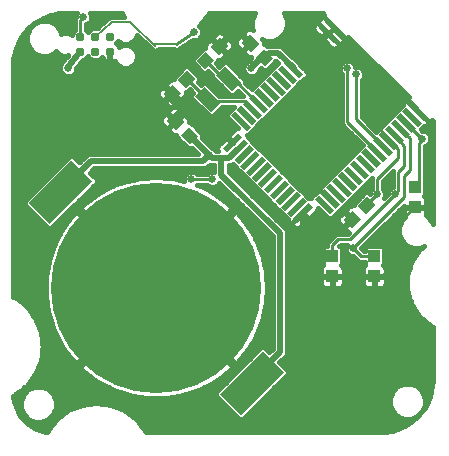
<source format=gtl>
G75*
%MOIN*%
%OFA0B0*%
%FSLAX25Y25*%
%IPPOS*%
%LPD*%
%AMOC8*
5,1,8,0,0,1.08239X$1,22.5*
%
%ADD10R,0.04000X0.04000*%
%ADD11C,0.03100*%
%ADD12R,0.07283X0.01969*%
%ADD13R,0.01969X0.07283*%
%ADD14R,0.04331X0.03937*%
%ADD15R,0.04331X0.07480*%
%ADD16R,0.03937X0.04331*%
%ADD17C,0.70079*%
%ADD18R,0.09843X0.20079*%
%ADD19C,0.01600*%
%ADD20C,0.02000*%
%ADD21C,0.01000*%
%ADD22C,0.02500*%
%ADD23C,0.00600*%
D10*
X0058558Y0056840D03*
X0119558Y0056840D03*
X0119558Y0117840D03*
X0058558Y0117840D03*
D11*
X0051558Y0144340D03*
X0046558Y0144340D03*
X0041558Y0144340D03*
X0041558Y0149340D03*
X0046558Y0149340D03*
X0051558Y0149340D03*
D12*
G36*
X0096972Y0117946D02*
X0091824Y0123094D01*
X0093216Y0124486D01*
X0098364Y0119338D01*
X0096972Y0117946D01*
G37*
G36*
X0098921Y0119894D02*
X0093773Y0125042D01*
X0095165Y0126434D01*
X0100313Y0121286D01*
X0098921Y0119894D01*
G37*
G36*
X0100870Y0121843D02*
X0095722Y0126991D01*
X0097114Y0128383D01*
X0102262Y0123235D01*
X0100870Y0121843D01*
G37*
G36*
X0102819Y0123792D02*
X0097671Y0128940D01*
X0099063Y0130332D01*
X0104211Y0125184D01*
X0102819Y0123792D01*
G37*
G36*
X0104767Y0125740D02*
X0099619Y0130888D01*
X0101011Y0132280D01*
X0106159Y0127132D01*
X0104767Y0125740D01*
G37*
G36*
X0106716Y0127689D02*
X0101568Y0132837D01*
X0102960Y0134229D01*
X0108108Y0129081D01*
X0106716Y0127689D01*
G37*
G36*
X0108665Y0129638D02*
X0103517Y0134786D01*
X0104909Y0136178D01*
X0110057Y0131030D01*
X0108665Y0129638D01*
G37*
G36*
X0110613Y0131587D02*
X0105465Y0136735D01*
X0106857Y0138127D01*
X0112005Y0132979D01*
X0110613Y0131587D01*
G37*
G36*
X0112562Y0133535D02*
X0107414Y0138683D01*
X0108806Y0140075D01*
X0113954Y0134927D01*
X0112562Y0133535D01*
G37*
G36*
X0114511Y0135484D02*
X0109363Y0140632D01*
X0110755Y0142024D01*
X0115903Y0136876D01*
X0114511Y0135484D01*
G37*
G36*
X0126203Y0147176D02*
X0121055Y0152324D01*
X0122447Y0153716D01*
X0127595Y0148568D01*
X0126203Y0147176D01*
G37*
G36*
X0128152Y0149125D02*
X0123004Y0154273D01*
X0124396Y0155665D01*
X0129544Y0150517D01*
X0128152Y0149125D01*
G37*
G36*
X0155991Y0121286D02*
X0150843Y0126434D01*
X0152235Y0127826D01*
X0157383Y0122678D01*
X0155991Y0121286D01*
G37*
G36*
X0154042Y0119338D02*
X0148894Y0124486D01*
X0150286Y0125878D01*
X0155434Y0120730D01*
X0154042Y0119338D01*
G37*
G36*
X0152093Y0117389D02*
X0146945Y0122537D01*
X0148337Y0123929D01*
X0153485Y0118781D01*
X0152093Y0117389D01*
G37*
G36*
X0150145Y0115440D02*
X0144997Y0120588D01*
X0146389Y0121980D01*
X0151537Y0116832D01*
X0150145Y0115440D01*
G37*
G36*
X0148196Y0113491D02*
X0143048Y0118639D01*
X0144440Y0120031D01*
X0149588Y0114883D01*
X0148196Y0113491D01*
G37*
G36*
X0146247Y0111543D02*
X0141099Y0116691D01*
X0142491Y0118083D01*
X0147639Y0112935D01*
X0146247Y0111543D01*
G37*
G36*
X0144298Y0109594D02*
X0139150Y0114742D01*
X0140542Y0116134D01*
X0145690Y0110986D01*
X0144298Y0109594D01*
G37*
G36*
X0142350Y0107645D02*
X0137202Y0112793D01*
X0138594Y0114185D01*
X0143742Y0109037D01*
X0142350Y0107645D01*
G37*
G36*
X0140401Y0105697D02*
X0135253Y0110845D01*
X0136645Y0112237D01*
X0141793Y0107089D01*
X0140401Y0105697D01*
G37*
G36*
X0138452Y0103748D02*
X0133304Y0108896D01*
X0134696Y0110288D01*
X0139844Y0105140D01*
X0138452Y0103748D01*
G37*
G36*
X0136504Y0101799D02*
X0131356Y0106947D01*
X0132748Y0108339D01*
X0137896Y0103191D01*
X0136504Y0101799D01*
G37*
G36*
X0134555Y0099850D02*
X0129407Y0104998D01*
X0130799Y0106390D01*
X0135947Y0101242D01*
X0134555Y0099850D01*
G37*
G36*
X0132606Y0097902D02*
X0127458Y0103050D01*
X0128850Y0104442D01*
X0133998Y0099294D01*
X0132606Y0097902D01*
G37*
G36*
X0130657Y0095953D02*
X0125509Y0101101D01*
X0126901Y0102493D01*
X0132049Y0097345D01*
X0130657Y0095953D01*
G37*
G36*
X0128709Y0094004D02*
X0123561Y0099152D01*
X0124953Y0100544D01*
X0130101Y0095396D01*
X0128709Y0094004D01*
G37*
G36*
X0126760Y0092055D02*
X0121612Y0097203D01*
X0123004Y0098595D01*
X0128152Y0093447D01*
X0126760Y0092055D01*
G37*
G36*
X0124811Y0090107D02*
X0119663Y0095255D01*
X0121055Y0096647D01*
X0126203Y0091499D01*
X0124811Y0090107D01*
G37*
D13*
G36*
X0113817Y0087323D02*
X0112425Y0088715D01*
X0117573Y0093863D01*
X0118965Y0092471D01*
X0113817Y0087323D01*
G37*
G36*
X0111868Y0089272D02*
X0110476Y0090664D01*
X0115624Y0095812D01*
X0117016Y0094420D01*
X0111868Y0089272D01*
G37*
G36*
X0109920Y0091220D02*
X0108528Y0092612D01*
X0113676Y0097760D01*
X0115068Y0096368D01*
X0109920Y0091220D01*
G37*
G36*
X0107971Y0093169D02*
X0106579Y0094561D01*
X0111727Y0099709D01*
X0113119Y0098317D01*
X0107971Y0093169D01*
G37*
G36*
X0106022Y0095118D02*
X0104630Y0096510D01*
X0109778Y0101658D01*
X0111170Y0100266D01*
X0106022Y0095118D01*
G37*
G36*
X0104074Y0097066D02*
X0102682Y0098458D01*
X0107830Y0103606D01*
X0109222Y0102214D01*
X0104074Y0097066D01*
G37*
G36*
X0102125Y0099015D02*
X0100733Y0100407D01*
X0105881Y0105555D01*
X0107273Y0104163D01*
X0102125Y0099015D01*
G37*
G36*
X0100176Y0100964D02*
X0098784Y0102356D01*
X0103932Y0107504D01*
X0105324Y0106112D01*
X0100176Y0100964D01*
G37*
G36*
X0098227Y0102913D02*
X0096835Y0104305D01*
X0101983Y0109453D01*
X0103375Y0108061D01*
X0098227Y0102913D01*
G37*
G36*
X0096279Y0104861D02*
X0094887Y0106253D01*
X0100035Y0111401D01*
X0101427Y0110009D01*
X0096279Y0104861D01*
G37*
G36*
X0094330Y0106810D02*
X0092938Y0108202D01*
X0098086Y0113350D01*
X0099478Y0111958D01*
X0094330Y0106810D01*
G37*
G36*
X0092381Y0108759D02*
X0090989Y0110151D01*
X0096137Y0115299D01*
X0097529Y0113907D01*
X0092381Y0108759D01*
G37*
G36*
X0090433Y0110708D02*
X0089041Y0112100D01*
X0094189Y0117248D01*
X0095581Y0115856D01*
X0090433Y0110708D01*
G37*
D14*
G36*
X0077785Y0119396D02*
X0080846Y0116335D01*
X0078063Y0113552D01*
X0075002Y0116613D01*
X0077785Y0119396D01*
G37*
G36*
X0073053Y0124128D02*
X0076114Y0121067D01*
X0073331Y0118284D01*
X0070270Y0121345D01*
X0073053Y0124128D01*
G37*
G36*
X0069270Y0130335D02*
X0072331Y0133396D01*
X0075114Y0130613D01*
X0072053Y0127552D01*
X0069270Y0130335D01*
G37*
G36*
X0074002Y0135067D02*
X0077063Y0138128D01*
X0079846Y0135345D01*
X0076785Y0132284D01*
X0074002Y0135067D01*
G37*
G36*
X0086114Y0141613D02*
X0083053Y0138552D01*
X0080270Y0141335D01*
X0083331Y0144396D01*
X0086114Y0141613D01*
G37*
G36*
X0090846Y0146345D02*
X0087785Y0143284D01*
X0085002Y0146067D01*
X0088063Y0149128D01*
X0090846Y0146345D01*
G37*
G36*
X0098053Y0150128D02*
X0101114Y0147067D01*
X0098331Y0144284D01*
X0095270Y0147345D01*
X0098053Y0150128D01*
G37*
G36*
X0102785Y0145396D02*
X0105846Y0142335D01*
X0103063Y0139552D01*
X0100002Y0142613D01*
X0102785Y0145396D01*
G37*
G36*
X0139846Y0093345D02*
X0136785Y0090284D01*
X0134002Y0093067D01*
X0137063Y0096128D01*
X0139846Y0093345D01*
G37*
G36*
X0135114Y0088613D02*
X0132053Y0085552D01*
X0129270Y0088335D01*
X0132331Y0091396D01*
X0135114Y0088613D01*
G37*
D15*
G36*
X0086863Y0136433D02*
X0089925Y0139495D01*
X0095213Y0134207D01*
X0092151Y0131145D01*
X0086863Y0136433D01*
G37*
G36*
X0079903Y0129473D02*
X0082965Y0132535D01*
X0088253Y0127247D01*
X0085191Y0124185D01*
X0079903Y0129473D01*
G37*
D16*
X0125558Y0076187D03*
X0125558Y0069494D03*
X0139558Y0069494D03*
X0139558Y0076187D03*
X0153058Y0092494D03*
X0153058Y0099187D03*
D17*
X0066861Y0065694D03*
D18*
G36*
X0031368Y0086991D02*
X0024408Y0093951D01*
X0038604Y0108147D01*
X0045564Y0101187D01*
X0031368Y0086991D01*
G37*
G36*
X0095119Y0023240D02*
X0088159Y0030200D01*
X0102355Y0044396D01*
X0109315Y0037436D01*
X0095119Y0023240D01*
G37*
D19*
X0025936Y0021234D02*
X0023197Y0021234D01*
X0023970Y0020410D02*
X0021620Y0022915D01*
X0019998Y0025942D01*
X0019215Y0029286D01*
X0019199Y0029742D01*
X0019822Y0030012D01*
X0023641Y0033020D01*
X0026566Y0036903D01*
X0026566Y0036903D01*
X0028402Y0041405D01*
X0029028Y0046226D01*
X0028402Y0051047D01*
X0026566Y0055549D01*
X0023641Y0059432D01*
X0019822Y0062440D01*
X0019158Y0062728D01*
X0019158Y0139840D01*
X0019267Y0141788D01*
X0020134Y0145587D01*
X0021825Y0149098D01*
X0024254Y0152144D01*
X0026253Y0153738D01*
X0024641Y0152126D01*
X0023758Y0149994D01*
X0023758Y0147686D01*
X0024641Y0145555D01*
X0026272Y0143923D01*
X0028404Y0143040D01*
X0030712Y0143040D01*
X0032843Y0143923D01*
X0033472Y0144552D01*
X0034405Y0143619D01*
X0035802Y0143040D01*
X0037314Y0143040D01*
X0037434Y0143090D01*
X0035276Y0140453D01*
X0035023Y0140200D01*
X0034976Y0140086D01*
X0034898Y0139990D01*
X0034795Y0139648D01*
X0034658Y0139318D01*
X0034658Y0139194D01*
X0034622Y0139076D01*
X0034658Y0138720D01*
X0034658Y0138363D01*
X0034705Y0138249D01*
X0034717Y0138126D01*
X0034886Y0137811D01*
X0035023Y0137481D01*
X0035110Y0137394D01*
X0035169Y0137285D01*
X0035445Y0137058D01*
X0035698Y0136806D01*
X0035812Y0136758D01*
X0035908Y0136680D01*
X0035997Y0136653D01*
X0036057Y0136594D01*
X0037031Y0136190D01*
X0038085Y0136190D01*
X0039059Y0136594D01*
X0039804Y0137339D01*
X0040208Y0138313D01*
X0040208Y0138900D01*
X0042297Y0141453D01*
X0043229Y0141839D01*
X0044059Y0142669D01*
X0044112Y0142798D01*
X0044142Y0142726D01*
X0044943Y0141924D01*
X0045991Y0141490D01*
X0047125Y0141490D01*
X0048172Y0141924D01*
X0048754Y0142506D01*
X0048956Y0142205D01*
X0049422Y0141738D01*
X0049971Y0141371D01*
X0050581Y0141119D01*
X0051228Y0140990D01*
X0051558Y0140990D01*
X0051888Y0140990D01*
X0052535Y0141119D01*
X0053067Y0141339D01*
X0053336Y0140688D01*
X0054405Y0139619D01*
X0055802Y0139040D01*
X0057314Y0139040D01*
X0058710Y0139619D01*
X0059779Y0140688D01*
X0060358Y0142084D01*
X0060358Y0143596D01*
X0059779Y0144993D01*
X0058710Y0146062D01*
X0057314Y0146640D01*
X0055802Y0146640D01*
X0054430Y0146072D01*
X0054160Y0146476D01*
X0053693Y0146942D01*
X0053392Y0147144D01*
X0053974Y0147726D01*
X0054069Y0147955D01*
X0054405Y0147619D01*
X0055802Y0147040D01*
X0057314Y0147040D01*
X0058710Y0147619D01*
X0059779Y0148688D01*
X0060326Y0150008D01*
X0065444Y0145191D01*
X0065895Y0144740D01*
X0065923Y0144740D01*
X0065944Y0144721D01*
X0066582Y0144740D01*
X0067221Y0144740D01*
X0067241Y0144760D01*
X0067269Y0144761D01*
X0067707Y0145226D01*
X0067721Y0145240D01*
X0072461Y0145240D01*
X0072474Y0145221D01*
X0073936Y0144929D01*
X0079006Y0148309D01*
X0079051Y0148290D01*
X0080065Y0148290D01*
X0081002Y0148678D01*
X0081720Y0149396D01*
X0082108Y0150333D01*
X0082108Y0151347D01*
X0081720Y0152285D01*
X0081081Y0152923D01*
X0084162Y0156586D01*
X0084446Y0157240D01*
X0099755Y0157240D01*
X0099641Y0157126D01*
X0098758Y0154994D01*
X0098758Y0152686D01*
X0099265Y0151463D01*
X0099158Y0151570D01*
X0098747Y0151807D01*
X0098289Y0151930D01*
X0097815Y0151930D01*
X0097358Y0151807D01*
X0096947Y0151570D01*
X0095518Y0150141D01*
X0098191Y0147467D01*
X0097931Y0147206D01*
X0098191Y0146946D01*
X0095657Y0144411D01*
X0097225Y0142843D01*
X0097636Y0142606D01*
X0098094Y0142483D01*
X0098568Y0142483D01*
X0098601Y0142492D01*
X0098601Y0142278D01*
X0097660Y0141337D01*
X0097057Y0141087D01*
X0096311Y0140341D01*
X0095908Y0139367D01*
X0095908Y0138313D01*
X0096311Y0137339D01*
X0097057Y0136594D01*
X0098031Y0136190D01*
X0099085Y0136190D01*
X0100059Y0136594D01*
X0100804Y0137339D01*
X0101054Y0137943D01*
X0101873Y0138761D01*
X0102483Y0138151D01*
X0103643Y0138151D01*
X0106748Y0141256D01*
X0107447Y0140557D01*
X0106113Y0139223D01*
X0104164Y0137274D01*
X0102216Y0135326D01*
X0100267Y0133377D01*
X0098719Y0131829D01*
X0096514Y0134034D01*
X0096514Y0134745D01*
X0090463Y0140796D01*
X0089386Y0140796D01*
X0087900Y0139311D01*
X0086775Y0140435D01*
X0087415Y0141075D01*
X0087415Y0141519D01*
X0087548Y0141483D01*
X0088022Y0141483D01*
X0088480Y0141606D01*
X0088890Y0141843D01*
X0090459Y0143411D01*
X0087924Y0145946D01*
X0088185Y0146206D01*
X0090719Y0143672D01*
X0092288Y0145240D01*
X0092525Y0145651D01*
X0092647Y0146109D01*
X0092647Y0146583D01*
X0092525Y0147040D01*
X0092288Y0147451D01*
X0090858Y0148880D01*
X0088185Y0146206D01*
X0087924Y0146467D01*
X0087664Y0146206D01*
X0085129Y0148741D01*
X0083561Y0147173D01*
X0083324Y0146762D01*
X0083201Y0146304D01*
X0083201Y0145830D01*
X0083237Y0145697D01*
X0082792Y0145697D01*
X0078968Y0141873D01*
X0078968Y0140796D01*
X0082514Y0137251D01*
X0083591Y0137251D01*
X0084230Y0137890D01*
X0085562Y0136558D01*
X0085562Y0135895D01*
X0091613Y0129844D01*
X0092690Y0129844D01*
X0094151Y0131306D01*
X0095817Y0129640D01*
X0087699Y0129640D01*
X0083503Y0133836D01*
X0082426Y0133836D01*
X0081787Y0133197D01*
X0080662Y0134322D01*
X0081147Y0134807D01*
X0081147Y0135884D01*
X0077602Y0139430D01*
X0076525Y0139430D01*
X0072701Y0135606D01*
X0072701Y0135161D01*
X0072568Y0135197D01*
X0072094Y0135197D01*
X0071636Y0135074D01*
X0071225Y0134837D01*
X0069657Y0133269D01*
X0072191Y0130734D01*
X0071931Y0130474D01*
X0069397Y0133008D01*
X0067828Y0131440D01*
X0067591Y0131029D01*
X0067468Y0130572D01*
X0067468Y0130098D01*
X0067591Y0129640D01*
X0067828Y0129229D01*
X0069257Y0127800D01*
X0071931Y0130474D01*
X0072191Y0130213D01*
X0069518Y0127540D01*
X0070947Y0126110D01*
X0071358Y0125873D01*
X0071815Y0125751D01*
X0072260Y0125751D01*
X0071947Y0125570D01*
X0070518Y0124141D01*
X0073191Y0121467D01*
X0072931Y0121206D01*
X0073191Y0120946D01*
X0070657Y0118411D01*
X0072225Y0116843D01*
X0072636Y0116606D01*
X0073094Y0116483D01*
X0073568Y0116483D01*
X0073601Y0116492D01*
X0073601Y0116033D01*
X0077483Y0112151D01*
X0078643Y0112151D01*
X0078748Y0112256D01*
X0080764Y0110240D01*
X0044580Y0110240D01*
X0043698Y0109875D01*
X0043023Y0109200D01*
X0041278Y0107454D01*
X0039185Y0109548D01*
X0038025Y0109548D01*
X0023007Y0094530D01*
X0023007Y0093370D01*
X0030787Y0085590D01*
X0031947Y0085590D01*
X0046964Y0100608D01*
X0046964Y0101768D01*
X0044672Y0104060D01*
X0046052Y0105440D01*
X0083035Y0105440D01*
X0083917Y0105806D01*
X0084707Y0106595D01*
X0085080Y0106440D01*
X0086158Y0106440D01*
X0086158Y0104352D01*
X0086065Y0104390D01*
X0085051Y0104390D01*
X0084113Y0104002D01*
X0083752Y0103640D01*
X0080364Y0103640D01*
X0080002Y0104002D01*
X0079065Y0104390D01*
X0078051Y0104390D01*
X0077113Y0104002D01*
X0076396Y0103285D01*
X0076008Y0102347D01*
X0076008Y0101381D01*
X0074597Y0101729D01*
X0072407Y0102130D01*
X0070197Y0102399D01*
X0067974Y0102533D01*
X0065748Y0102533D01*
X0063526Y0102399D01*
X0061316Y0102130D01*
X0059126Y0101729D01*
X0056964Y0101196D01*
X0054839Y0100534D01*
X0052757Y0099744D01*
X0050727Y0098831D01*
X0048755Y0097796D01*
X0046850Y0096644D01*
X0045018Y0095380D01*
X0043265Y0094007D01*
X0041599Y0092530D01*
X0041377Y0092309D01*
X0066861Y0066825D01*
X0065730Y0065694D01*
X0040246Y0091177D01*
X0040025Y0090956D01*
X0038548Y0089290D01*
X0037175Y0087537D01*
X0035911Y0085705D01*
X0034759Y0083799D01*
X0033724Y0081828D01*
X0032810Y0079798D01*
X0032021Y0077716D01*
X0031359Y0075591D01*
X0030826Y0073429D01*
X0030425Y0071239D01*
X0030156Y0069029D01*
X0030022Y0066807D01*
X0030022Y0064581D01*
X0030156Y0062358D01*
X0030425Y0060148D01*
X0030826Y0057958D01*
X0031359Y0055797D01*
X0032021Y0053671D01*
X0032810Y0051589D01*
X0033724Y0049559D01*
X0034759Y0047588D01*
X0035911Y0045683D01*
X0037175Y0043850D01*
X0038548Y0042098D01*
X0040025Y0040431D01*
X0040246Y0040210D01*
X0065730Y0065694D01*
X0066861Y0064562D01*
X0041377Y0039079D01*
X0041599Y0038857D01*
X0043265Y0037381D01*
X0045018Y0036008D01*
X0046850Y0034743D01*
X0048755Y0033591D01*
X0050727Y0032557D01*
X0052757Y0031643D01*
X0054839Y0030854D01*
X0056964Y0030191D01*
X0059126Y0029658D01*
X0061316Y0029257D01*
X0063526Y0028989D01*
X0065748Y0028854D01*
X0067974Y0028854D01*
X0070197Y0028989D01*
X0072407Y0029257D01*
X0074597Y0029658D01*
X0076758Y0030191D01*
X0078884Y0030854D01*
X0080965Y0031643D01*
X0082996Y0032557D01*
X0084967Y0033591D01*
X0086872Y0034743D01*
X0088704Y0036008D01*
X0090457Y0037381D01*
X0092123Y0038857D01*
X0092345Y0039079D01*
X0066861Y0064562D01*
X0067993Y0065694D01*
X0066861Y0066825D01*
X0092345Y0092309D01*
X0092123Y0092530D01*
X0090457Y0094007D01*
X0088704Y0095380D01*
X0086872Y0096644D01*
X0084967Y0097796D01*
X0082996Y0098831D01*
X0080965Y0099744D01*
X0080315Y0099991D01*
X0080364Y0100040D01*
X0083752Y0100040D01*
X0084113Y0099678D01*
X0085051Y0099290D01*
X0086065Y0099290D01*
X0087002Y0099678D01*
X0087720Y0100396D01*
X0087833Y0100670D01*
X0105658Y0082846D01*
X0105658Y0045334D01*
X0104528Y0044204D01*
X0102936Y0045797D01*
X0101776Y0045797D01*
X0086758Y0030779D01*
X0086758Y0029619D01*
X0094538Y0021839D01*
X0095697Y0021839D01*
X0110715Y0036857D01*
X0110715Y0038017D01*
X0107922Y0040810D01*
X0109417Y0042306D01*
X0110092Y0042981D01*
X0110458Y0043863D01*
X0110458Y0084318D01*
X0110092Y0085200D01*
X0090958Y0104334D01*
X0090958Y0106440D01*
X0091548Y0106440D01*
X0092430Y0106806D01*
X0092462Y0106837D01*
X0093586Y0105714D01*
X0095534Y0103765D01*
X0097483Y0101816D01*
X0099432Y0099868D01*
X0101381Y0097919D01*
X0103329Y0095970D01*
X0105278Y0094021D01*
X0107227Y0092073D01*
X0109175Y0090124D01*
X0110624Y0088675D01*
X0110624Y0088477D01*
X0110747Y0088019D01*
X0110984Y0087609D01*
X0111847Y0086745D01*
X0115695Y0090593D01*
X0115695Y0090593D01*
X0111847Y0086745D01*
X0112711Y0085881D01*
X0113121Y0085644D01*
X0113579Y0085522D01*
X0114053Y0085522D01*
X0114511Y0085644D01*
X0114921Y0085881D01*
X0117664Y0088624D01*
X0115695Y0090593D01*
X0115695Y0090593D01*
X0117664Y0088624D01*
X0120407Y0091367D01*
X0120644Y0091777D01*
X0120766Y0092235D01*
X0120766Y0092313D01*
X0124274Y0088806D01*
X0125351Y0088806D01*
X0127300Y0090754D01*
X0129248Y0092703D01*
X0129248Y0092703D01*
X0131197Y0094652D01*
X0133146Y0096601D01*
X0135094Y0098549D01*
X0137043Y0100498D01*
X0138758Y0102213D01*
X0138758Y0098646D01*
X0138396Y0098285D01*
X0138008Y0097347D01*
X0138008Y0097023D01*
X0137602Y0097430D01*
X0136525Y0097430D01*
X0132701Y0093606D01*
X0132701Y0093161D01*
X0132568Y0093197D01*
X0132094Y0093197D01*
X0131636Y0093074D01*
X0131225Y0092837D01*
X0129657Y0091269D01*
X0132191Y0088734D01*
X0131931Y0088474D01*
X0129397Y0091008D01*
X0127828Y0089440D01*
X0127591Y0089029D01*
X0127468Y0088572D01*
X0127468Y0088098D01*
X0127591Y0087640D01*
X0127828Y0087229D01*
X0129257Y0085800D01*
X0131931Y0088474D01*
X0132191Y0088213D01*
X0129518Y0085540D01*
X0130947Y0084110D01*
X0131160Y0083988D01*
X0130812Y0083640D01*
X0126812Y0083640D01*
X0125758Y0082586D01*
X0123758Y0080586D01*
X0123758Y0079652D01*
X0123051Y0079652D01*
X0122289Y0078890D01*
X0122289Y0073483D01*
X0122604Y0073168D01*
X0122484Y0073099D01*
X0122149Y0072764D01*
X0121912Y0072354D01*
X0121789Y0071896D01*
X0121789Y0069678D01*
X0125374Y0069678D01*
X0125374Y0069309D01*
X0125742Y0069309D01*
X0125742Y0065528D01*
X0127763Y0065528D01*
X0128221Y0065651D01*
X0128632Y0065888D01*
X0128967Y0066223D01*
X0129204Y0066634D01*
X0129326Y0067091D01*
X0129326Y0069309D01*
X0125742Y0069309D01*
X0125742Y0069678D01*
X0129326Y0069678D01*
X0129326Y0071896D01*
X0129204Y0072354D01*
X0128967Y0072764D01*
X0128632Y0073099D01*
X0128512Y0073168D01*
X0128826Y0073483D01*
X0128826Y0078890D01*
X0128065Y0079652D01*
X0127915Y0079652D01*
X0128303Y0080040D01*
X0130295Y0080040D01*
X0130008Y0079347D01*
X0130008Y0078333D01*
X0130396Y0077396D01*
X0131113Y0076678D01*
X0132051Y0076290D01*
X0132562Y0076290D01*
X0134466Y0074387D01*
X0136289Y0074387D01*
X0136289Y0073483D01*
X0136604Y0073168D01*
X0136484Y0073099D01*
X0136149Y0072764D01*
X0135912Y0072354D01*
X0135789Y0071896D01*
X0135789Y0069678D01*
X0139374Y0069678D01*
X0139374Y0069309D01*
X0139742Y0069309D01*
X0139742Y0065528D01*
X0141763Y0065528D01*
X0142221Y0065651D01*
X0142632Y0065888D01*
X0142967Y0066223D01*
X0143204Y0066634D01*
X0143326Y0067091D01*
X0143326Y0069309D01*
X0139742Y0069309D01*
X0139742Y0069678D01*
X0143326Y0069678D01*
X0143326Y0071896D01*
X0143204Y0072354D01*
X0142967Y0072764D01*
X0142632Y0073099D01*
X0142512Y0073168D01*
X0142826Y0073483D01*
X0142826Y0078890D01*
X0142065Y0079652D01*
X0137051Y0079652D01*
X0136289Y0078890D01*
X0136289Y0077987D01*
X0135957Y0077987D01*
X0135108Y0078836D01*
X0135108Y0078845D01*
X0149289Y0093026D01*
X0149289Y0092678D01*
X0152874Y0092678D01*
X0152874Y0092309D01*
X0149289Y0092309D01*
X0149289Y0090091D01*
X0149412Y0089634D01*
X0149649Y0089223D01*
X0149694Y0089178D01*
X0148641Y0088126D01*
X0147758Y0085994D01*
X0147758Y0083686D01*
X0148641Y0081555D01*
X0150272Y0079923D01*
X0152404Y0079040D01*
X0154712Y0079040D01*
X0156157Y0079639D01*
X0154600Y0078329D01*
X0151944Y0074283D01*
X0150558Y0069646D01*
X0150558Y0064806D01*
X0151944Y0060169D01*
X0154600Y0056123D01*
X0154600Y0056123D01*
X0158304Y0053007D01*
X0158958Y0052724D01*
X0158958Y0034840D01*
X0158848Y0032892D01*
X0157981Y0029093D01*
X0156291Y0025583D01*
X0155479Y0024565D01*
X0156358Y0026686D01*
X0156358Y0028994D01*
X0155475Y0031126D01*
X0153843Y0032757D01*
X0151712Y0033640D01*
X0149404Y0033640D01*
X0147272Y0032757D01*
X0145641Y0031126D01*
X0144758Y0028994D01*
X0144758Y0026686D01*
X0145641Y0024555D01*
X0147272Y0022923D01*
X0149404Y0022040D01*
X0151712Y0022040D01*
X0153843Y0022923D01*
X0155456Y0024536D01*
X0153862Y0022537D01*
X0150815Y0020107D01*
X0147305Y0018417D01*
X0143506Y0017550D01*
X0141558Y0017440D01*
X0063446Y0017440D01*
X0063158Y0018104D01*
X0063158Y0018104D01*
X0060150Y0021924D01*
X0056267Y0024849D01*
X0056267Y0024849D01*
X0051765Y0026685D01*
X0046944Y0027311D01*
X0046944Y0027311D01*
X0042122Y0026685D01*
X0037621Y0024849D01*
X0037621Y0024849D01*
X0033737Y0021924D01*
X0030729Y0018104D01*
X0030500Y0017574D01*
X0030176Y0017606D01*
X0026888Y0018600D01*
X0023970Y0020410D01*
X0025219Y0019636D02*
X0031935Y0019636D01*
X0030729Y0018104D02*
X0030729Y0018104D01*
X0030700Y0018037D02*
X0028749Y0018037D01*
X0028712Y0021040D02*
X0026404Y0021040D01*
X0024272Y0021923D01*
X0022641Y0023555D01*
X0021758Y0025686D01*
X0021758Y0027994D01*
X0022641Y0030126D01*
X0024272Y0031757D01*
X0026404Y0032640D01*
X0028712Y0032640D01*
X0030843Y0031757D01*
X0032475Y0030126D01*
X0033358Y0027994D01*
X0033358Y0025686D01*
X0032475Y0023555D01*
X0030843Y0021923D01*
X0028712Y0021040D01*
X0029180Y0021234D02*
X0033194Y0021234D01*
X0033737Y0021924D02*
X0033737Y0021924D01*
X0033737Y0021924D01*
X0034944Y0022833D02*
X0031753Y0022833D01*
X0032838Y0024431D02*
X0037067Y0024431D01*
X0040517Y0026030D02*
X0033358Y0026030D01*
X0033358Y0027628D02*
X0088749Y0027628D01*
X0090347Y0026030D02*
X0053371Y0026030D01*
X0051765Y0026685D02*
X0051765Y0026685D01*
X0054929Y0030825D02*
X0031775Y0030825D01*
X0032847Y0029227D02*
X0061566Y0029227D01*
X0056821Y0024431D02*
X0091946Y0024431D01*
X0093544Y0022833D02*
X0058943Y0022833D01*
X0060150Y0021924D02*
X0060150Y0021924D01*
X0060150Y0021924D01*
X0060693Y0021234D02*
X0152228Y0021234D01*
X0153625Y0022833D02*
X0154098Y0022833D01*
X0155351Y0024431D02*
X0155373Y0024431D01*
X0156086Y0026030D02*
X0156506Y0026030D01*
X0156358Y0027628D02*
X0157276Y0027628D01*
X0158012Y0029227D02*
X0156261Y0029227D01*
X0155599Y0030825D02*
X0158377Y0030825D01*
X0158742Y0032424D02*
X0154177Y0032424D01*
X0158912Y0034022D02*
X0107880Y0034022D01*
X0106282Y0032424D02*
X0146939Y0032424D01*
X0145516Y0030825D02*
X0104683Y0030825D01*
X0103085Y0029227D02*
X0144854Y0029227D01*
X0144758Y0027628D02*
X0101486Y0027628D01*
X0099888Y0026030D02*
X0145030Y0026030D01*
X0145764Y0024431D02*
X0098289Y0024431D01*
X0096691Y0022833D02*
X0147491Y0022833D01*
X0149836Y0019636D02*
X0061952Y0019636D01*
X0063187Y0018037D02*
X0145642Y0018037D01*
X0158958Y0035621D02*
X0109479Y0035621D01*
X0110715Y0037219D02*
X0158958Y0037219D01*
X0158958Y0038818D02*
X0109915Y0038818D01*
X0108316Y0040416D02*
X0158958Y0040416D01*
X0158958Y0042015D02*
X0109127Y0042015D01*
X0110355Y0043613D02*
X0158958Y0043613D01*
X0158958Y0045212D02*
X0110458Y0045212D01*
X0110458Y0046810D02*
X0158958Y0046810D01*
X0158958Y0048409D02*
X0110458Y0048409D01*
X0110458Y0050007D02*
X0158958Y0050007D01*
X0158958Y0051606D02*
X0110458Y0051606D01*
X0110458Y0053204D02*
X0158069Y0053204D01*
X0158304Y0053007D02*
X0158304Y0053007D01*
X0156169Y0054803D02*
X0110458Y0054803D01*
X0110458Y0056401D02*
X0154417Y0056401D01*
X0153368Y0058000D02*
X0110458Y0058000D01*
X0110458Y0059598D02*
X0152318Y0059598D01*
X0151944Y0060169D02*
X0151944Y0060169D01*
X0151636Y0061197D02*
X0110458Y0061197D01*
X0110458Y0062796D02*
X0151159Y0062796D01*
X0150681Y0064394D02*
X0110458Y0064394D01*
X0110458Y0065993D02*
X0122380Y0065993D01*
X0122484Y0065888D02*
X0122895Y0065651D01*
X0123352Y0065528D01*
X0125374Y0065528D01*
X0125374Y0069309D01*
X0121789Y0069309D01*
X0121789Y0067091D01*
X0121912Y0066634D01*
X0122149Y0066223D01*
X0122484Y0065888D01*
X0121789Y0067591D02*
X0110458Y0067591D01*
X0110458Y0069190D02*
X0121789Y0069190D01*
X0121789Y0070788D02*
X0110458Y0070788D01*
X0110458Y0072387D02*
X0121931Y0072387D01*
X0122289Y0073985D02*
X0110458Y0073985D01*
X0110458Y0075584D02*
X0122289Y0075584D01*
X0122289Y0077182D02*
X0110458Y0077182D01*
X0110458Y0078781D02*
X0122289Y0078781D01*
X0123758Y0080379D02*
X0110458Y0080379D01*
X0110458Y0081978D02*
X0125150Y0081978D01*
X0126748Y0083576D02*
X0110458Y0083576D01*
X0110103Y0085175D02*
X0129883Y0085175D01*
X0130230Y0086773D02*
X0130751Y0086773D01*
X0131829Y0088372D02*
X0132033Y0088372D01*
X0130956Y0089970D02*
X0130435Y0089970D01*
X0129957Y0091569D02*
X0128114Y0091569D01*
X0128358Y0089970D02*
X0126515Y0089970D01*
X0127468Y0088372D02*
X0117412Y0088372D01*
X0116318Y0089970D02*
X0116318Y0089970D01*
X0115073Y0089970D02*
X0115072Y0089970D01*
X0113474Y0088372D02*
X0113474Y0088372D01*
X0111876Y0086773D02*
X0111875Y0086773D01*
X0111819Y0086773D02*
X0108519Y0086773D01*
X0106920Y0088372D02*
X0110652Y0088372D01*
X0109329Y0089970D02*
X0105322Y0089970D01*
X0103723Y0091569D02*
X0107731Y0091569D01*
X0106132Y0093167D02*
X0102125Y0093167D01*
X0100526Y0094766D02*
X0104534Y0094766D01*
X0102935Y0096364D02*
X0098928Y0096364D01*
X0097329Y0097963D02*
X0101337Y0097963D01*
X0099738Y0099561D02*
X0095731Y0099561D01*
X0094132Y0101160D02*
X0098140Y0101160D01*
X0096541Y0102758D02*
X0092534Y0102758D01*
X0090958Y0104357D02*
X0094943Y0104357D01*
X0093344Y0105955D02*
X0090958Y0105955D01*
X0086158Y0105955D02*
X0084067Y0105955D01*
X0084970Y0104357D02*
X0079146Y0104357D01*
X0077970Y0104357D02*
X0044969Y0104357D01*
X0045974Y0102758D02*
X0076178Y0102758D01*
X0081372Y0099561D02*
X0084396Y0099561D01*
X0084649Y0097963D02*
X0090541Y0097963D01*
X0088943Y0099561D02*
X0086720Y0099561D01*
X0087278Y0096364D02*
X0092140Y0096364D01*
X0093738Y0094766D02*
X0089488Y0094766D01*
X0091404Y0093167D02*
X0095337Y0093167D01*
X0096935Y0091569D02*
X0091605Y0091569D01*
X0092269Y0089970D02*
X0090006Y0089970D01*
X0090670Y0088372D02*
X0088408Y0088372D01*
X0089072Y0086773D02*
X0086809Y0086773D01*
X0087473Y0085175D02*
X0085211Y0085175D01*
X0085875Y0083576D02*
X0083612Y0083576D01*
X0084276Y0081978D02*
X0082014Y0081978D01*
X0082678Y0080379D02*
X0080415Y0080379D01*
X0081079Y0078781D02*
X0078817Y0078781D01*
X0079481Y0077182D02*
X0077218Y0077182D01*
X0077882Y0075584D02*
X0075620Y0075584D01*
X0076284Y0073985D02*
X0074021Y0073985D01*
X0074685Y0072387D02*
X0072423Y0072387D01*
X0073087Y0070788D02*
X0070824Y0070788D01*
X0071488Y0069190D02*
X0069226Y0069190D01*
X0069890Y0067591D02*
X0067627Y0067591D01*
X0066095Y0067591D02*
X0063832Y0067591D01*
X0064497Y0069190D02*
X0062234Y0069190D01*
X0062898Y0070788D02*
X0060635Y0070788D01*
X0061300Y0072387D02*
X0059037Y0072387D01*
X0059701Y0073985D02*
X0057438Y0073985D01*
X0058103Y0075584D02*
X0055840Y0075584D01*
X0056504Y0077182D02*
X0054241Y0077182D01*
X0054906Y0078781D02*
X0052643Y0078781D01*
X0053307Y0080379D02*
X0051044Y0080379D01*
X0051709Y0081978D02*
X0049446Y0081978D01*
X0050110Y0083576D02*
X0047847Y0083576D01*
X0048512Y0085175D02*
X0046249Y0085175D01*
X0046913Y0086773D02*
X0044650Y0086773D01*
X0045314Y0088372D02*
X0043052Y0088372D01*
X0043716Y0089970D02*
X0041453Y0089970D01*
X0042117Y0091569D02*
X0037925Y0091569D01*
X0039151Y0089970D02*
X0036326Y0089970D01*
X0037829Y0088372D02*
X0034728Y0088372D01*
X0033129Y0086773D02*
X0036648Y0086773D01*
X0035590Y0085175D02*
X0019158Y0085175D01*
X0019158Y0086773D02*
X0029604Y0086773D01*
X0028005Y0088372D02*
X0019158Y0088372D01*
X0019158Y0089970D02*
X0026407Y0089970D01*
X0024808Y0091569D02*
X0019158Y0091569D01*
X0019158Y0093167D02*
X0023210Y0093167D01*
X0023243Y0094766D02*
X0019158Y0094766D01*
X0019158Y0096364D02*
X0024841Y0096364D01*
X0026440Y0097963D02*
X0019158Y0097963D01*
X0019158Y0099561D02*
X0028038Y0099561D01*
X0029637Y0101160D02*
X0019158Y0101160D01*
X0019158Y0102758D02*
X0031235Y0102758D01*
X0032834Y0104357D02*
X0019158Y0104357D01*
X0019158Y0105955D02*
X0034432Y0105955D01*
X0036031Y0107554D02*
X0019158Y0107554D01*
X0019158Y0109152D02*
X0037629Y0109152D01*
X0039580Y0109152D02*
X0042976Y0109152D01*
X0041377Y0107554D02*
X0041179Y0107554D01*
X0046964Y0101160D02*
X0056847Y0101160D01*
X0052350Y0099561D02*
X0045917Y0099561D01*
X0044319Y0097963D02*
X0049073Y0097963D01*
X0046444Y0096364D02*
X0042720Y0096364D01*
X0044234Y0094766D02*
X0041122Y0094766D01*
X0042318Y0093167D02*
X0039523Y0093167D01*
X0034642Y0083576D02*
X0019158Y0083576D01*
X0019158Y0081978D02*
X0033803Y0081978D01*
X0033072Y0080379D02*
X0019158Y0080379D01*
X0019158Y0078781D02*
X0032425Y0078781D01*
X0031855Y0077182D02*
X0019158Y0077182D01*
X0019158Y0075584D02*
X0031357Y0075584D01*
X0030963Y0073985D02*
X0019158Y0073985D01*
X0019158Y0072387D02*
X0030635Y0072387D01*
X0030370Y0070788D02*
X0019158Y0070788D01*
X0019158Y0069190D02*
X0030176Y0069190D01*
X0030069Y0067591D02*
X0019158Y0067591D01*
X0019158Y0065993D02*
X0030022Y0065993D01*
X0030033Y0064394D02*
X0019158Y0064394D01*
X0019158Y0062796D02*
X0030130Y0062796D01*
X0030297Y0061197D02*
X0021401Y0061197D01*
X0019822Y0062440D02*
X0019822Y0062440D01*
X0023431Y0059598D02*
X0030525Y0059598D01*
X0030818Y0058000D02*
X0024720Y0058000D01*
X0023641Y0059432D02*
X0023641Y0059432D01*
X0023641Y0059432D01*
X0025924Y0056401D02*
X0031210Y0056401D01*
X0031668Y0054803D02*
X0026870Y0054803D01*
X0026566Y0055549D02*
X0026566Y0055549D01*
X0027523Y0053204D02*
X0032198Y0053204D01*
X0032804Y0051606D02*
X0028175Y0051606D01*
X0028402Y0051047D02*
X0028402Y0051047D01*
X0028537Y0050007D02*
X0033522Y0050007D01*
X0034328Y0048409D02*
X0028745Y0048409D01*
X0028952Y0046810D02*
X0035229Y0046810D01*
X0036236Y0045212D02*
X0028897Y0045212D01*
X0029028Y0046226D02*
X0029028Y0046226D01*
X0028689Y0043613D02*
X0037361Y0043613D01*
X0038622Y0042015D02*
X0028482Y0042015D01*
X0028402Y0041405D02*
X0028402Y0041405D01*
X0027999Y0040416D02*
X0040040Y0040416D01*
X0040452Y0040416D02*
X0042715Y0040416D01*
X0042051Y0042015D02*
X0044314Y0042015D01*
X0043649Y0043613D02*
X0045912Y0043613D01*
X0045248Y0045212D02*
X0047511Y0045212D01*
X0046846Y0046810D02*
X0049109Y0046810D01*
X0048445Y0048409D02*
X0050708Y0048409D01*
X0050044Y0050007D02*
X0052306Y0050007D01*
X0051642Y0051606D02*
X0053905Y0051606D01*
X0053241Y0053204D02*
X0055503Y0053204D01*
X0054839Y0054803D02*
X0057102Y0054803D01*
X0056438Y0056401D02*
X0058700Y0056401D01*
X0058036Y0058000D02*
X0060299Y0058000D01*
X0059635Y0059598D02*
X0061897Y0059598D01*
X0061233Y0061197D02*
X0063496Y0061197D01*
X0062832Y0062796D02*
X0065094Y0062796D01*
X0064430Y0064394D02*
X0066693Y0064394D01*
X0067029Y0064394D02*
X0069292Y0064394D01*
X0068628Y0062796D02*
X0070891Y0062796D01*
X0070227Y0061197D02*
X0072489Y0061197D01*
X0071825Y0059598D02*
X0074088Y0059598D01*
X0073424Y0058000D02*
X0075686Y0058000D01*
X0075022Y0056401D02*
X0077285Y0056401D01*
X0076621Y0054803D02*
X0078883Y0054803D01*
X0078219Y0053204D02*
X0080482Y0053204D01*
X0079818Y0051606D02*
X0082080Y0051606D01*
X0081416Y0050007D02*
X0083679Y0050007D01*
X0083015Y0048409D02*
X0085277Y0048409D01*
X0084613Y0046810D02*
X0086876Y0046810D01*
X0086212Y0045212D02*
X0088474Y0045212D01*
X0087810Y0043613D02*
X0090073Y0043613D01*
X0089409Y0042015D02*
X0091671Y0042015D01*
X0091007Y0040416D02*
X0093270Y0040416D01*
X0093476Y0040210D02*
X0093698Y0040431D01*
X0095174Y0042098D01*
X0096547Y0043850D01*
X0097812Y0045683D01*
X0098963Y0047588D01*
X0099998Y0049559D01*
X0100912Y0051589D01*
X0101701Y0053671D01*
X0102364Y0055797D01*
X0102896Y0057958D01*
X0103298Y0060148D01*
X0103566Y0062358D01*
X0103701Y0064581D01*
X0103701Y0066807D01*
X0103566Y0069029D01*
X0103298Y0071239D01*
X0102896Y0073429D01*
X0102364Y0075591D01*
X0101701Y0077716D01*
X0100912Y0079798D01*
X0099998Y0081828D01*
X0098963Y0083799D01*
X0097812Y0085705D01*
X0096547Y0087537D01*
X0095174Y0089290D01*
X0093698Y0090956D01*
X0093476Y0091177D01*
X0067993Y0065694D01*
X0093476Y0040210D01*
X0093682Y0040416D02*
X0096395Y0040416D01*
X0095100Y0042015D02*
X0097994Y0042015D01*
X0099592Y0043613D02*
X0096361Y0043613D01*
X0097487Y0045212D02*
X0101191Y0045212D01*
X0103521Y0045212D02*
X0105535Y0045212D01*
X0105658Y0046810D02*
X0098493Y0046810D01*
X0099394Y0048409D02*
X0105658Y0048409D01*
X0105658Y0050007D02*
X0100200Y0050007D01*
X0100918Y0051606D02*
X0105658Y0051606D01*
X0105658Y0053204D02*
X0101524Y0053204D01*
X0102054Y0054803D02*
X0105658Y0054803D01*
X0105658Y0056401D02*
X0102513Y0056401D01*
X0102904Y0058000D02*
X0105658Y0058000D01*
X0105658Y0059598D02*
X0103197Y0059598D01*
X0103425Y0061197D02*
X0105658Y0061197D01*
X0105658Y0062796D02*
X0103593Y0062796D01*
X0103689Y0064394D02*
X0105658Y0064394D01*
X0105658Y0065993D02*
X0103701Y0065993D01*
X0103653Y0067591D02*
X0105658Y0067591D01*
X0105658Y0069190D02*
X0103547Y0069190D01*
X0103353Y0070788D02*
X0105658Y0070788D01*
X0105658Y0072387D02*
X0103087Y0072387D01*
X0102759Y0073985D02*
X0105658Y0073985D01*
X0105658Y0075584D02*
X0102365Y0075584D01*
X0101868Y0077182D02*
X0105658Y0077182D01*
X0105658Y0078781D02*
X0101298Y0078781D01*
X0100650Y0080379D02*
X0105658Y0080379D01*
X0105658Y0081978D02*
X0099920Y0081978D01*
X0099081Y0083576D02*
X0104928Y0083576D01*
X0103329Y0085175D02*
X0098132Y0085175D01*
X0097074Y0086773D02*
X0101731Y0086773D01*
X0100132Y0088372D02*
X0095893Y0088372D01*
X0094571Y0089970D02*
X0098534Y0089970D01*
X0110518Y0102758D02*
X0125326Y0102758D01*
X0126157Y0103589D02*
X0124208Y0101641D01*
X0122464Y0099897D01*
X0120311Y0097743D01*
X0118362Y0095794D01*
X0118362Y0095487D01*
X0118269Y0095541D01*
X0117811Y0095664D01*
X0117613Y0095664D01*
X0116164Y0097113D01*
X0114215Y0099061D01*
X0112267Y0101010D01*
X0110318Y0102959D01*
X0108369Y0104908D01*
X0106420Y0106856D01*
X0104472Y0108805D01*
X0102523Y0110754D01*
X0100574Y0112702D01*
X0098930Y0114346D01*
X0098930Y0114488D01*
X0097382Y0116037D01*
X0097382Y0116094D01*
X0097259Y0116551D01*
X0097205Y0116645D01*
X0097512Y0116645D01*
X0099461Y0118593D01*
X0101614Y0120747D01*
X0103358Y0122491D01*
X0105307Y0124439D01*
X0107256Y0126388D01*
X0109204Y0128337D01*
X0111153Y0130286D01*
X0113102Y0132234D01*
X0114951Y0134083D01*
X0115092Y0134083D01*
X0117304Y0136295D01*
X0117304Y0137455D01*
X0114691Y0140068D01*
X0114668Y0140125D01*
X0109592Y0145200D01*
X0108917Y0145875D01*
X0108035Y0146240D01*
X0103922Y0146240D01*
X0103365Y0146797D01*
X0102906Y0146797D01*
X0102915Y0146830D01*
X0102915Y0147304D01*
X0102792Y0147762D01*
X0102555Y0148173D01*
X0102180Y0148547D01*
X0103404Y0148040D01*
X0105712Y0148040D01*
X0107843Y0148923D01*
X0109475Y0150555D01*
X0110358Y0152686D01*
X0110358Y0154994D01*
X0109475Y0157126D01*
X0109360Y0157240D01*
X0122339Y0157240D01*
X0122886Y0156703D01*
X0122426Y0156243D01*
X0121563Y0155379D01*
X0121481Y0155239D01*
X0121341Y0155158D01*
X0120477Y0154294D01*
X0119614Y0153431D01*
X0119377Y0153020D01*
X0119254Y0152563D01*
X0119254Y0152089D01*
X0119377Y0151631D01*
X0119614Y0151220D01*
X0122356Y0148478D01*
X0124325Y0150446D01*
X0122357Y0148478D01*
X0125099Y0145735D01*
X0125510Y0145498D01*
X0125967Y0145375D01*
X0126441Y0145375D01*
X0126899Y0145498D01*
X0127310Y0145735D01*
X0128173Y0146598D01*
X0127142Y0147629D01*
X0127143Y0147629D01*
X0128173Y0146599D01*
X0129037Y0147462D01*
X0129118Y0147603D01*
X0129258Y0147684D01*
X0130122Y0148547D01*
X0129092Y0149577D01*
X0129091Y0149578D01*
X0130122Y0148547D01*
X0130654Y0149079D01*
X0150985Y0129124D01*
X0150265Y0128404D01*
X0149401Y0127541D01*
X0149164Y0127130D01*
X0149042Y0126672D01*
X0149042Y0126474D01*
X0147798Y0125230D01*
X0147798Y0125230D01*
X0145849Y0123281D01*
X0143696Y0121128D01*
X0141747Y0119179D01*
X0140256Y0117688D01*
X0135358Y0122586D01*
X0135358Y0135034D01*
X0135720Y0135396D01*
X0136108Y0136333D01*
X0136108Y0137347D01*
X0135720Y0138285D01*
X0135002Y0139002D01*
X0134065Y0139390D01*
X0133090Y0139390D01*
X0132720Y0140285D01*
X0132002Y0141002D01*
X0131065Y0141390D01*
X0130051Y0141390D01*
X0129113Y0141002D01*
X0128396Y0140285D01*
X0128008Y0139347D01*
X0128008Y0138333D01*
X0128396Y0137396D01*
X0128758Y0137034D01*
X0128758Y0120095D01*
X0129812Y0119040D01*
X0135710Y0113142D01*
X0133952Y0111384D01*
X0132003Y0109435D01*
X0130055Y0107487D01*
X0128106Y0105538D01*
X0126157Y0103589D01*
X0126925Y0104357D02*
X0108920Y0104357D01*
X0107321Y0105955D02*
X0128523Y0105955D01*
X0130122Y0107554D02*
X0105723Y0107554D01*
X0104124Y0109152D02*
X0131720Y0109152D01*
X0133319Y0110751D02*
X0102526Y0110751D01*
X0100927Y0112349D02*
X0134917Y0112349D01*
X0134905Y0113948D02*
X0099329Y0113948D01*
X0097872Y0115546D02*
X0133306Y0115546D01*
X0131708Y0117145D02*
X0098012Y0117145D01*
X0099461Y0118593D02*
X0099461Y0118593D01*
X0099611Y0118743D02*
X0130109Y0118743D01*
X0128758Y0120342D02*
X0101209Y0120342D01*
X0101614Y0120747D02*
X0101614Y0120747D01*
X0102808Y0121940D02*
X0128758Y0121940D01*
X0128758Y0123539D02*
X0104406Y0123539D01*
X0106005Y0125137D02*
X0128758Y0125137D01*
X0128758Y0126736D02*
X0107603Y0126736D01*
X0109202Y0128334D02*
X0128758Y0128334D01*
X0128758Y0129933D02*
X0110800Y0129933D01*
X0112399Y0131531D02*
X0128758Y0131531D01*
X0128758Y0133130D02*
X0113997Y0133130D01*
X0115737Y0134729D02*
X0128758Y0134729D01*
X0128758Y0136327D02*
X0117304Y0136327D01*
X0116833Y0137926D02*
X0128177Y0137926D01*
X0128081Y0139524D02*
X0115235Y0139524D01*
X0113670Y0141123D02*
X0129405Y0141123D01*
X0131711Y0141123D02*
X0138761Y0141123D01*
X0137132Y0142721D02*
X0112071Y0142721D01*
X0110473Y0144320D02*
X0135503Y0144320D01*
X0133875Y0145918D02*
X0127493Y0145918D01*
X0127255Y0147517D02*
X0127255Y0147517D01*
X0129068Y0147517D02*
X0132246Y0147517D01*
X0129554Y0149115D02*
X0129554Y0149115D01*
X0126274Y0152395D02*
X0125256Y0151377D01*
X0124325Y0150446D01*
X0124325Y0150446D01*
X0124325Y0150447D01*
X0125256Y0151377D01*
X0126274Y0152395D01*
X0126274Y0152395D01*
X0126191Y0152312D02*
X0126191Y0152312D01*
X0124593Y0150714D02*
X0124592Y0150714D01*
X0122994Y0149115D02*
X0122994Y0149115D01*
X0121719Y0149115D02*
X0108035Y0149115D01*
X0109541Y0150714D02*
X0120120Y0150714D01*
X0119254Y0152312D02*
X0110203Y0152312D01*
X0110358Y0153911D02*
X0120094Y0153911D01*
X0120477Y0154294D02*
X0121508Y0153264D01*
X0121508Y0153264D01*
X0120477Y0154294D01*
X0120861Y0153911D02*
X0120861Y0153911D01*
X0121692Y0155509D02*
X0110144Y0155509D01*
X0109482Y0157108D02*
X0122474Y0157108D01*
X0122426Y0156243D02*
X0123457Y0155212D01*
X0123456Y0155213D01*
X0122426Y0156243D01*
X0123160Y0155509D02*
X0123160Y0155509D01*
X0123317Y0147517D02*
X0102858Y0147517D01*
X0098142Y0147517D02*
X0097621Y0147517D01*
X0097931Y0147206D02*
X0095257Y0149880D01*
X0093828Y0148451D01*
X0093591Y0148040D01*
X0093468Y0147583D01*
X0093468Y0147109D01*
X0093591Y0146651D01*
X0093828Y0146240D01*
X0095396Y0144672D01*
X0097931Y0147206D01*
X0097164Y0145918D02*
X0096643Y0145918D01*
X0095749Y0144320D02*
X0091367Y0144320D01*
X0090072Y0144320D02*
X0089550Y0144320D01*
X0089768Y0142721D02*
X0097437Y0142721D01*
X0097143Y0141123D02*
X0087415Y0141123D01*
X0087687Y0139524D02*
X0088114Y0139524D01*
X0085562Y0136327D02*
X0080704Y0136327D01*
X0081069Y0134729D02*
X0086728Y0134729D01*
X0088327Y0133130D02*
X0084209Y0133130D01*
X0085808Y0131531D02*
X0089925Y0131531D01*
X0091524Y0129933D02*
X0087406Y0129933D01*
X0088886Y0126040D02*
X0092930Y0126040D01*
X0092472Y0125582D01*
X0092472Y0125582D01*
X0090523Y0123633D01*
X0090523Y0122556D01*
X0094031Y0119049D01*
X0093953Y0119049D01*
X0093495Y0118926D01*
X0093084Y0118689D01*
X0090342Y0115946D01*
X0087599Y0113204D01*
X0087362Y0112793D01*
X0087239Y0112335D01*
X0087239Y0111861D01*
X0087362Y0111404D01*
X0087457Y0111240D01*
X0086846Y0111240D01*
X0086804Y0111341D01*
X0086059Y0112087D01*
X0085455Y0112337D01*
X0082142Y0115650D01*
X0082247Y0115755D01*
X0082247Y0116915D01*
X0078365Y0120797D01*
X0077906Y0120797D01*
X0077915Y0120830D01*
X0077915Y0121304D01*
X0077792Y0121762D01*
X0077555Y0122173D01*
X0075987Y0123741D01*
X0073452Y0121207D01*
X0073192Y0121467D01*
X0075726Y0124001D01*
X0074158Y0125570D01*
X0073747Y0125807D01*
X0073289Y0125930D01*
X0072844Y0125930D01*
X0073158Y0126110D01*
X0074726Y0127679D01*
X0072192Y0130213D01*
X0072452Y0130474D01*
X0074987Y0127939D01*
X0076555Y0129508D01*
X0076792Y0129918D01*
X0076915Y0130376D01*
X0076915Y0130850D01*
X0076879Y0130983D01*
X0077323Y0130983D01*
X0078116Y0131776D01*
X0079241Y0130651D01*
X0078602Y0130012D01*
X0078602Y0128935D01*
X0084653Y0122884D01*
X0085730Y0122884D01*
X0088886Y0126040D01*
X0087983Y0125137D02*
X0092028Y0125137D01*
X0090523Y0123539D02*
X0086384Y0123539D01*
X0083999Y0123539D02*
X0076189Y0123539D01*
X0075785Y0123539D02*
X0075263Y0123539D01*
X0074590Y0125137D02*
X0082400Y0125137D01*
X0080802Y0126736D02*
X0073783Y0126736D01*
X0074070Y0128334D02*
X0074591Y0128334D01*
X0075382Y0128334D02*
X0079203Y0128334D01*
X0078602Y0129933D02*
X0076796Y0129933D01*
X0077872Y0131531D02*
X0078361Y0131531D01*
X0072993Y0129933D02*
X0072472Y0129933D01*
X0071911Y0129933D02*
X0071390Y0129933D01*
X0071394Y0131531D02*
X0070873Y0131531D01*
X0069796Y0133130D02*
X0019158Y0133130D01*
X0019158Y0131531D02*
X0067920Y0131531D01*
X0067513Y0129933D02*
X0019158Y0129933D01*
X0019158Y0128334D02*
X0068723Y0128334D01*
X0069792Y0128334D02*
X0070313Y0128334D01*
X0070322Y0126736D02*
X0019158Y0126736D01*
X0019158Y0125137D02*
X0071515Y0125137D01*
X0071120Y0123539D02*
X0070598Y0123539D01*
X0070257Y0123880D02*
X0072931Y0121206D01*
X0070396Y0118672D01*
X0068828Y0120240D01*
X0068591Y0120651D01*
X0068468Y0121109D01*
X0068468Y0121583D01*
X0068591Y0122040D01*
X0068828Y0122451D01*
X0070257Y0123880D01*
X0069916Y0123539D02*
X0019158Y0123539D01*
X0019158Y0121940D02*
X0068564Y0121940D01*
X0068770Y0120342D02*
X0019158Y0120342D01*
X0019158Y0118743D02*
X0070325Y0118743D01*
X0070468Y0118743D02*
X0070989Y0118743D01*
X0071924Y0117145D02*
X0019158Y0117145D01*
X0019158Y0115546D02*
X0074088Y0115546D01*
X0075686Y0113948D02*
X0019158Y0113948D01*
X0019158Y0112349D02*
X0077285Y0112349D01*
X0080253Y0110751D02*
X0019158Y0110751D01*
X0019158Y0134729D02*
X0071117Y0134729D01*
X0073422Y0136327D02*
X0038415Y0136327D01*
X0036700Y0136327D02*
X0019158Y0136327D01*
X0019158Y0137926D02*
X0034825Y0137926D01*
X0034743Y0139524D02*
X0019158Y0139524D01*
X0019230Y0141123D02*
X0035824Y0141123D01*
X0037132Y0142721D02*
X0019480Y0142721D01*
X0019845Y0144320D02*
X0025876Y0144320D01*
X0024490Y0145918D02*
X0020294Y0145918D01*
X0021063Y0147517D02*
X0023828Y0147517D01*
X0023758Y0149115D02*
X0021839Y0149115D01*
X0023114Y0150714D02*
X0024056Y0150714D01*
X0024465Y0152312D02*
X0024827Y0152312D01*
X0026282Y0153761D02*
X0027300Y0154573D01*
X0030811Y0156264D01*
X0034610Y0157131D01*
X0036558Y0157240D01*
X0040378Y0157240D01*
X0040008Y0156347D01*
X0040008Y0155836D01*
X0039758Y0155586D01*
X0039758Y0151571D01*
X0039142Y0150955D01*
X0038754Y0150018D01*
X0038710Y0150062D01*
X0037314Y0150640D01*
X0035802Y0150640D01*
X0035194Y0150388D01*
X0034475Y0152126D01*
X0032843Y0153757D01*
X0030712Y0154640D01*
X0028404Y0154640D01*
X0026282Y0153761D01*
X0026470Y0153911D02*
X0026643Y0153911D01*
X0029244Y0155509D02*
X0039758Y0155509D01*
X0039758Y0153911D02*
X0032473Y0153911D01*
X0034288Y0152312D02*
X0039758Y0152312D01*
X0039042Y0150714D02*
X0035060Y0150714D01*
X0034509Y0157108D02*
X0040323Y0157108D01*
X0043358Y0153411D02*
X0044002Y0153678D01*
X0044720Y0154396D01*
X0045108Y0155333D01*
X0045108Y0156347D01*
X0044738Y0157240D01*
X0055441Y0157240D01*
X0055725Y0156586D01*
X0055725Y0156586D01*
X0056268Y0155940D01*
X0052096Y0155940D01*
X0051472Y0155970D01*
X0051439Y0155940D01*
X0051395Y0155940D01*
X0050953Y0155499D01*
X0047255Y0152136D01*
X0047125Y0152190D01*
X0045991Y0152190D01*
X0044943Y0151756D01*
X0044142Y0150955D01*
X0044058Y0150752D01*
X0043974Y0150955D01*
X0043358Y0151571D01*
X0043358Y0153411D01*
X0044235Y0153911D02*
X0049207Y0153911D01*
X0050964Y0155509D02*
X0045108Y0155509D01*
X0044793Y0157108D02*
X0055499Y0157108D01*
X0059956Y0149115D02*
X0061275Y0149115D01*
X0062973Y0147517D02*
X0058464Y0147517D01*
X0058854Y0145918D02*
X0064672Y0145918D01*
X0060058Y0144320D02*
X0081415Y0144320D01*
X0079816Y0142721D02*
X0060358Y0142721D01*
X0059959Y0141123D02*
X0078968Y0141123D01*
X0080241Y0139524D02*
X0058482Y0139524D01*
X0054634Y0139524D02*
X0040718Y0139524D01*
X0040047Y0137926D02*
X0075021Y0137926D01*
X0079106Y0137926D02*
X0081839Y0137926D01*
X0083201Y0145918D02*
X0075420Y0145918D01*
X0077817Y0147517D02*
X0083905Y0147517D01*
X0085390Y0149001D02*
X0086958Y0150570D01*
X0087369Y0150807D01*
X0087826Y0150930D01*
X0088300Y0150930D01*
X0088758Y0150807D01*
X0089169Y0150570D01*
X0090598Y0149141D01*
X0087924Y0146467D01*
X0085390Y0149001D01*
X0085503Y0149115D02*
X0081439Y0149115D01*
X0082108Y0150714D02*
X0087207Y0150714D01*
X0088920Y0150714D02*
X0096091Y0150714D01*
X0096022Y0149115D02*
X0096543Y0149115D01*
X0094492Y0149115D02*
X0090572Y0149115D01*
X0089495Y0147517D02*
X0088974Y0147517D01*
X0088473Y0145918D02*
X0087952Y0145918D01*
X0086875Y0147517D02*
X0086353Y0147517D01*
X0081692Y0152312D02*
X0098913Y0152312D01*
X0098758Y0153911D02*
X0081912Y0153911D01*
X0083257Y0155509D02*
X0098971Y0155509D01*
X0099633Y0157108D02*
X0084388Y0157108D01*
X0084162Y0156586D02*
X0084162Y0156586D01*
X0092222Y0147517D02*
X0093468Y0147517D01*
X0094150Y0145918D02*
X0092596Y0145918D01*
X0091734Y0139524D02*
X0095973Y0139524D01*
X0096068Y0137926D02*
X0093333Y0137926D01*
X0094931Y0136327D02*
X0097700Y0136327D01*
X0099415Y0136327D02*
X0103217Y0136327D01*
X0101619Y0134729D02*
X0096514Y0134729D01*
X0097418Y0133130D02*
X0100020Y0133130D01*
X0101047Y0137926D02*
X0104816Y0137926D01*
X0105016Y0139524D02*
X0106414Y0139524D01*
X0106615Y0141123D02*
X0106881Y0141123D01*
X0108813Y0145918D02*
X0124916Y0145918D01*
X0133035Y0139524D02*
X0140389Y0139524D01*
X0142018Y0137926D02*
X0135868Y0137926D01*
X0136105Y0136327D02*
X0143647Y0136327D01*
X0145275Y0134729D02*
X0135358Y0134729D01*
X0135358Y0133130D02*
X0146904Y0133130D01*
X0148533Y0131531D02*
X0135358Y0131531D01*
X0135358Y0129933D02*
X0150161Y0129933D01*
X0150265Y0128404D02*
X0154113Y0124556D01*
X0154113Y0124556D01*
X0157961Y0120708D01*
X0158753Y0121501D01*
X0158958Y0121299D01*
X0158958Y0086959D01*
X0158475Y0088126D01*
X0156843Y0089757D01*
X0156747Y0089797D01*
X0156826Y0090091D01*
X0156826Y0092309D01*
X0153242Y0092309D01*
X0153242Y0092678D01*
X0156826Y0092678D01*
X0156826Y0094896D01*
X0156704Y0095354D01*
X0156467Y0095764D01*
X0156132Y0096099D01*
X0156012Y0096168D01*
X0156326Y0096483D01*
X0156326Y0099910D01*
X0156358Y0099941D01*
X0156358Y0112911D01*
X0157002Y0113178D01*
X0157720Y0113896D01*
X0158108Y0114833D01*
X0158108Y0115847D01*
X0157720Y0116785D01*
X0157002Y0117502D01*
X0156065Y0117890D01*
X0155543Y0117890D01*
X0154987Y0118442D01*
X0156030Y0119485D01*
X0156229Y0119485D01*
X0156687Y0119608D01*
X0157097Y0119845D01*
X0157961Y0120708D01*
X0154113Y0124556D01*
X0150265Y0128404D01*
X0150334Y0128334D02*
X0150335Y0128334D01*
X0150195Y0128334D02*
X0135358Y0128334D01*
X0135358Y0126736D02*
X0149059Y0126736D01*
X0147705Y0125137D02*
X0135358Y0125137D01*
X0135358Y0123539D02*
X0146107Y0123539D01*
X0145849Y0123281D02*
X0145849Y0123281D01*
X0144508Y0121940D02*
X0136003Y0121940D01*
X0137602Y0120342D02*
X0142910Y0120342D01*
X0141311Y0118743D02*
X0139200Y0118743D01*
X0151933Y0126736D02*
X0151933Y0126736D01*
X0153532Y0125137D02*
X0153532Y0125137D01*
X0154113Y0124556D02*
X0154113Y0124556D01*
X0155130Y0123539D02*
X0155130Y0123539D01*
X0156729Y0121940D02*
X0156729Y0121940D01*
X0157594Y0120342D02*
X0158958Y0120342D01*
X0158958Y0118743D02*
X0155289Y0118743D01*
X0157359Y0117145D02*
X0158958Y0117145D01*
X0158958Y0115546D02*
X0158108Y0115546D01*
X0157741Y0113948D02*
X0158958Y0113948D01*
X0158958Y0112349D02*
X0156358Y0112349D01*
X0156358Y0110751D02*
X0158958Y0110751D01*
X0158958Y0109152D02*
X0156358Y0109152D01*
X0156358Y0107554D02*
X0158958Y0107554D01*
X0158958Y0105955D02*
X0156358Y0105955D01*
X0156358Y0104357D02*
X0158958Y0104357D01*
X0158958Y0102758D02*
X0156358Y0102758D01*
X0156358Y0101160D02*
X0158958Y0101160D01*
X0158958Y0099561D02*
X0156326Y0099561D01*
X0156326Y0097963D02*
X0158958Y0097963D01*
X0158958Y0096364D02*
X0156208Y0096364D01*
X0156826Y0094766D02*
X0158958Y0094766D01*
X0158958Y0093167D02*
X0156826Y0093167D01*
X0156826Y0091569D02*
X0158958Y0091569D01*
X0158958Y0089970D02*
X0156794Y0089970D01*
X0158229Y0088372D02*
X0158958Y0088372D01*
X0155137Y0078781D02*
X0142826Y0078781D01*
X0142826Y0077182D02*
X0153847Y0077182D01*
X0154600Y0078329D02*
X0154600Y0078329D01*
X0154600Y0078329D01*
X0152797Y0075584D02*
X0142826Y0075584D01*
X0142826Y0073985D02*
X0151855Y0073985D01*
X0151944Y0074283D02*
X0151944Y0074283D01*
X0151377Y0072387D02*
X0143185Y0072387D01*
X0143326Y0070788D02*
X0150899Y0070788D01*
X0150558Y0069190D02*
X0143326Y0069190D01*
X0143326Y0067591D02*
X0150558Y0067591D01*
X0150558Y0065993D02*
X0142736Y0065993D01*
X0139742Y0065993D02*
X0139374Y0065993D01*
X0139374Y0065528D02*
X0139374Y0069309D01*
X0135789Y0069309D01*
X0135789Y0067091D01*
X0135912Y0066634D01*
X0136149Y0066223D01*
X0136484Y0065888D01*
X0136895Y0065651D01*
X0137352Y0065528D01*
X0139374Y0065528D01*
X0139374Y0067591D02*
X0139742Y0067591D01*
X0139742Y0069190D02*
X0139374Y0069190D01*
X0136380Y0065993D02*
X0128736Y0065993D01*
X0129326Y0067591D02*
X0135789Y0067591D01*
X0135789Y0069190D02*
X0129326Y0069190D01*
X0129326Y0070788D02*
X0135789Y0070788D01*
X0135931Y0072387D02*
X0129185Y0072387D01*
X0128826Y0073985D02*
X0136289Y0073985D01*
X0133269Y0075584D02*
X0128826Y0075584D01*
X0128826Y0077182D02*
X0130610Y0077182D01*
X0130008Y0078781D02*
X0128826Y0078781D01*
X0135163Y0078781D02*
X0136289Y0078781D01*
X0136642Y0080379D02*
X0149816Y0080379D01*
X0148466Y0081978D02*
X0138241Y0081978D01*
X0139839Y0083576D02*
X0147804Y0083576D01*
X0147758Y0085175D02*
X0141438Y0085175D01*
X0143036Y0086773D02*
X0148081Y0086773D01*
X0148887Y0088372D02*
X0144635Y0088372D01*
X0146233Y0089970D02*
X0149322Y0089970D01*
X0149289Y0091569D02*
X0147832Y0091569D01*
X0143536Y0096364D02*
X0143108Y0096364D01*
X0143108Y0096333D02*
X0142827Y0095655D01*
X0144008Y0096836D01*
X0144008Y0097347D01*
X0144396Y0098285D01*
X0145113Y0099002D01*
X0145758Y0099269D01*
X0145758Y0104495D01*
X0142358Y0101095D01*
X0142358Y0098646D01*
X0142720Y0098285D01*
X0143108Y0097347D01*
X0143108Y0096333D01*
X0142853Y0097963D02*
X0144263Y0097963D01*
X0145758Y0099561D02*
X0142358Y0099561D01*
X0142423Y0101160D02*
X0145758Y0101160D01*
X0145758Y0102758D02*
X0144022Y0102758D01*
X0145620Y0104357D02*
X0145758Y0104357D01*
X0138758Y0101160D02*
X0137705Y0101160D01*
X0138758Y0099561D02*
X0136106Y0099561D01*
X0134508Y0097963D02*
X0138263Y0097963D01*
X0135460Y0096364D02*
X0132909Y0096364D01*
X0133861Y0094766D02*
X0131311Y0094766D01*
X0131983Y0093167D02*
X0129712Y0093167D01*
X0132678Y0093167D02*
X0132701Y0093167D01*
X0128284Y0086773D02*
X0115813Y0086773D01*
X0119010Y0089970D02*
X0123109Y0089970D01*
X0121511Y0091569D02*
X0120523Y0091569D01*
X0118932Y0096364D02*
X0116912Y0096364D01*
X0115314Y0097963D02*
X0120531Y0097963D01*
X0122129Y0099561D02*
X0113715Y0099561D01*
X0112117Y0101160D02*
X0123728Y0101160D01*
X0122464Y0099897D02*
X0122464Y0099897D01*
X0092311Y0113978D02*
X0092310Y0113978D01*
X0090342Y0115946D01*
X0092311Y0113978D01*
X0090742Y0115546D02*
X0090742Y0115546D01*
X0089942Y0115546D02*
X0082246Y0115546D01*
X0082017Y0117145D02*
X0091540Y0117145D01*
X0093179Y0118743D02*
X0080418Y0118743D01*
X0078820Y0120342D02*
X0092738Y0120342D01*
X0091139Y0121940D02*
X0077689Y0121940D01*
X0074186Y0121940D02*
X0073665Y0121940D01*
X0072718Y0121940D02*
X0072197Y0121940D01*
X0072066Y0120342D02*
X0072588Y0120342D01*
X0083844Y0113948D02*
X0088343Y0113948D01*
X0087243Y0112349D02*
X0085443Y0112349D01*
X0086146Y0104357D02*
X0086158Y0104357D01*
X0092778Y0129933D02*
X0095524Y0129933D01*
X0053156Y0141123D02*
X0052544Y0141123D01*
X0051558Y0141123D02*
X0051558Y0141123D01*
X0051558Y0140990D02*
X0051558Y0144340D01*
X0051558Y0144340D01*
X0051558Y0140990D01*
X0050572Y0141123D02*
X0042026Y0141123D01*
X0044080Y0142721D02*
X0044146Y0142721D01*
X0051558Y0142721D02*
X0051558Y0142721D01*
X0051558Y0144320D02*
X0051558Y0144320D01*
X0053765Y0147517D02*
X0054652Y0147517D01*
X0047448Y0152312D02*
X0043358Y0152312D01*
X0033704Y0144320D02*
X0033240Y0144320D01*
X0065431Y0065993D02*
X0066029Y0065993D01*
X0067694Y0065993D02*
X0068291Y0065993D01*
X0092079Y0038818D02*
X0094797Y0038818D01*
X0093198Y0037219D02*
X0090251Y0037219D01*
X0091600Y0035621D02*
X0088144Y0035621D01*
X0090001Y0034022D02*
X0085680Y0034022D01*
X0088403Y0032424D02*
X0082700Y0032424D01*
X0078793Y0030825D02*
X0086804Y0030825D01*
X0087150Y0029227D02*
X0072157Y0029227D01*
X0051022Y0032424D02*
X0029234Y0032424D01*
X0025882Y0032424D02*
X0022885Y0032424D01*
X0023641Y0033020D02*
X0023641Y0033020D01*
X0023641Y0033020D01*
X0024397Y0034022D02*
X0048043Y0034022D01*
X0045579Y0035621D02*
X0025601Y0035621D01*
X0026695Y0037219D02*
X0043472Y0037219D01*
X0041643Y0038818D02*
X0027347Y0038818D01*
X0023341Y0030825D02*
X0020855Y0030825D01*
X0019822Y0030012D02*
X0019822Y0030012D01*
X0019228Y0029227D02*
X0022269Y0029227D01*
X0021758Y0027628D02*
X0019603Y0027628D01*
X0019977Y0026030D02*
X0021758Y0026030D01*
X0022278Y0024431D02*
X0020807Y0024431D01*
X0021697Y0022833D02*
X0023363Y0022833D01*
X0042122Y0026685D02*
X0042122Y0026685D01*
X0125374Y0065993D02*
X0125742Y0065993D01*
X0125742Y0067591D02*
X0125374Y0067591D01*
X0125374Y0069190D02*
X0125742Y0069190D01*
D20*
X0115558Y0067840D02*
X0115558Y0058840D01*
X0117558Y0056840D01*
X0119558Y0056840D01*
X0115558Y0067840D02*
X0115558Y0084840D01*
X0115695Y0084978D01*
X0115695Y0085840D01*
X0115695Y0090593D01*
X0108058Y0083840D02*
X0088558Y0103340D01*
X0088558Y0108840D01*
X0091071Y0108840D01*
X0091314Y0109084D02*
X0094259Y0112029D01*
X0092311Y0113978D02*
X0086311Y0120087D01*
X0080593Y0119878D01*
X0075594Y0124877D01*
X0073192Y0122474D01*
X0073192Y0121206D01*
X0075594Y0124877D02*
X0072192Y0128280D01*
X0072192Y0130474D01*
X0071924Y0130474D01*
X0068058Y0134340D01*
X0067558Y0133840D01*
X0061558Y0133840D01*
X0051558Y0138840D01*
X0051558Y0144340D01*
X0041558Y0144340D02*
X0037058Y0138840D01*
X0037558Y0138840D01*
X0058558Y0127840D02*
X0058558Y0117840D01*
X0058558Y0127840D02*
X0061558Y0133840D01*
X0068058Y0134340D02*
X0083424Y0149706D01*
X0084424Y0149706D01*
X0087924Y0146206D01*
X0092558Y0150840D01*
X0094558Y0150840D01*
X0097845Y0147553D01*
X0097845Y0146206D01*
X0102558Y0143494D02*
X0102558Y0142840D01*
X0098558Y0138840D01*
X0102924Y0142474D02*
X0102558Y0143494D01*
X0102924Y0142474D02*
X0104290Y0143840D01*
X0107558Y0143840D01*
X0112633Y0138765D01*
X0112633Y0138754D01*
X0120558Y0146840D02*
X0120558Y0120340D01*
X0119558Y0117840D01*
X0120558Y0146840D02*
X0124164Y0150446D01*
X0124325Y0150446D01*
X0126274Y0152395D02*
X0153842Y0124827D01*
X0153842Y0124556D01*
X0108058Y0083840D02*
X0108058Y0044340D01*
X0098737Y0035019D01*
X0098737Y0033818D01*
X0066861Y0065694D02*
X0084008Y0082840D01*
X0082558Y0107840D02*
X0084558Y0109840D01*
X0077924Y0116474D01*
X0077924Y0116474D01*
X0084558Y0109840D02*
X0085558Y0108840D01*
X0088558Y0108840D01*
X0082558Y0107840D02*
X0045058Y0107840D01*
X0034986Y0097768D01*
X0034986Y0097569D01*
X0084424Y0149706D02*
X0083558Y0150573D01*
X0083558Y0151840D01*
D21*
X0079558Y0150840D02*
X0073558Y0146840D01*
X0083192Y0141474D02*
X0089345Y0135320D01*
X0091038Y0135320D01*
X0088078Y0136320D01*
X0090558Y0133840D01*
X0094162Y0133840D01*
X0100941Y0127062D01*
X0098992Y0125406D02*
X0098992Y0125113D01*
X0098992Y0125406D02*
X0096558Y0127840D01*
X0085598Y0127840D01*
X0084078Y0128360D01*
X0077232Y0135206D01*
X0076924Y0135206D01*
X0083192Y0141474D02*
X0084192Y0140474D01*
X0097845Y0146206D02*
X0098192Y0147206D01*
X0124325Y0150446D02*
X0124325Y0150608D01*
X0124558Y0150840D01*
X0124719Y0150840D01*
X0126274Y0152395D01*
X0130558Y0138840D02*
X0130558Y0120840D01*
X0140472Y0110926D01*
X0140472Y0110915D01*
X0142534Y0112864D02*
X0133558Y0121840D01*
X0133558Y0136840D01*
X0150215Y0120659D02*
X0152558Y0118316D01*
X0155558Y0115340D01*
X0155558Y0114840D01*
X0154558Y0113840D01*
X0154558Y0100687D01*
X0153058Y0099187D01*
X0149558Y0095840D02*
X0132558Y0078840D01*
X0135211Y0076187D01*
X0139558Y0076187D01*
X0143558Y0070840D02*
X0141558Y0068840D01*
X0140211Y0068840D01*
X0139558Y0069494D01*
X0139211Y0069494D01*
X0138558Y0068840D01*
X0126211Y0068840D01*
X0125558Y0069494D01*
X0124904Y0068840D01*
X0116558Y0068840D01*
X0115558Y0067840D01*
X0125558Y0076187D02*
X0125558Y0079840D01*
X0127558Y0081840D01*
X0131558Y0081840D01*
X0146558Y0096840D01*
X0147558Y0097840D01*
X0147558Y0104340D01*
X0149558Y0106340D01*
X0149558Y0112840D01*
X0146318Y0116080D01*
X0144585Y0114813D02*
X0147558Y0111840D01*
X0147558Y0108840D01*
X0140558Y0101840D01*
X0140558Y0096840D01*
X0136924Y0093206D01*
X0132192Y0088474D02*
X0129558Y0085840D01*
X0115695Y0085840D01*
X0115695Y0090593D02*
X0115695Y0090978D01*
X0094259Y0111542D02*
X0094259Y0112029D01*
X0094259Y0111542D02*
X0091558Y0108840D01*
X0091071Y0108840D01*
X0091314Y0109084D01*
X0085558Y0101840D02*
X0078558Y0101840D01*
X0041558Y0149340D02*
X0041558Y0154840D01*
X0042558Y0155840D01*
X0143558Y0083840D02*
X0143558Y0070840D01*
X0143558Y0083840D02*
X0153058Y0092494D01*
X0149558Y0095840D02*
X0149558Y0102840D01*
X0151558Y0104840D01*
X0151558Y0115419D01*
X0148267Y0118710D01*
X0153842Y0124556D02*
X0154113Y0124556D01*
D22*
X0158058Y0119840D03*
X0155558Y0115340D03*
X0158058Y0110840D03*
X0158058Y0103340D03*
X0158058Y0097340D03*
X0158058Y0090840D03*
X0146558Y0096840D03*
X0144058Y0100840D03*
X0140558Y0096840D03*
X0137558Y0099340D03*
X0146558Y0080840D03*
X0149558Y0077340D03*
X0148058Y0071840D03*
X0150058Y0065840D03*
X0150558Y0057840D03*
X0142558Y0063840D03*
X0142558Y0049840D03*
X0150558Y0047840D03*
X0156058Y0048840D03*
X0155558Y0039840D03*
X0157558Y0029840D03*
X0150558Y0020840D03*
X0141558Y0018840D03*
X0132558Y0018840D03*
X0123558Y0018840D03*
X0114558Y0018840D03*
X0104558Y0018840D03*
X0095558Y0018840D03*
X0088558Y0018840D03*
X0081558Y0018840D03*
X0085558Y0026840D03*
X0072558Y0018840D03*
X0065558Y0025840D03*
X0053558Y0028840D03*
X0042558Y0028840D03*
X0035558Y0024840D03*
X0029558Y0019840D03*
X0020558Y0029840D03*
X0027558Y0034840D03*
X0029558Y0041840D03*
X0036058Y0034340D03*
X0030558Y0052840D03*
X0027558Y0062840D03*
X0020558Y0070840D03*
X0020558Y0080840D03*
X0028558Y0084840D03*
X0020558Y0090840D03*
X0020558Y0101840D03*
X0030058Y0105840D03*
X0030058Y0115840D03*
X0030058Y0123840D03*
X0037058Y0128840D03*
X0030058Y0132840D03*
X0032558Y0139840D03*
X0037558Y0138840D03*
X0042558Y0134840D03*
X0037058Y0151840D03*
X0037558Y0155840D03*
X0042558Y0155840D03*
X0048558Y0155840D03*
X0031558Y0155840D03*
X0022558Y0147840D03*
X0020558Y0140840D03*
X0025558Y0139840D03*
X0020558Y0132840D03*
X0020558Y0123840D03*
X0020558Y0113840D03*
X0067558Y0142340D03*
X0072058Y0138340D03*
X0079558Y0145340D03*
X0079558Y0150840D03*
X0083558Y0151840D03*
X0085558Y0156340D03*
X0092558Y0156340D03*
X0096558Y0152840D03*
X0098558Y0156340D03*
X0105558Y0146840D03*
X0112558Y0146840D03*
X0112558Y0151840D03*
X0111558Y0156340D03*
X0116558Y0156340D03*
X0121558Y0156340D03*
X0118558Y0151840D03*
X0120558Y0146840D03*
X0130558Y0147840D03*
X0134558Y0143840D03*
X0138058Y0140340D03*
X0142058Y0136340D03*
X0146058Y0132340D03*
X0149558Y0128840D03*
X0145558Y0124840D03*
X0142058Y0128340D03*
X0138058Y0132340D03*
X0133558Y0136840D03*
X0130558Y0138840D03*
X0102558Y0136840D03*
X0099058Y0133340D03*
X0098558Y0138840D03*
X0093558Y0138840D03*
X0083558Y0135340D03*
X0083558Y0120840D03*
X0084558Y0109840D03*
X0085558Y0101840D03*
X0078558Y0101840D03*
X0095058Y0102340D03*
X0101558Y0095340D03*
X0109058Y0088340D03*
X0103558Y0078840D03*
X0132558Y0078840D03*
X0136558Y0039840D03*
X0145558Y0037840D03*
X0141558Y0027840D03*
X0123058Y0032840D03*
X0108058Y0030840D03*
D23*
X0142420Y0112864D02*
X0142534Y0112864D01*
X0144369Y0114813D02*
X0144585Y0114813D01*
X0146318Y0116080D02*
X0146318Y0116761D01*
X0073558Y0146840D02*
X0066058Y0146840D01*
X0066558Y0146340D01*
X0058058Y0154340D01*
X0052058Y0154340D01*
X0046558Y0149340D01*
M02*

</source>
